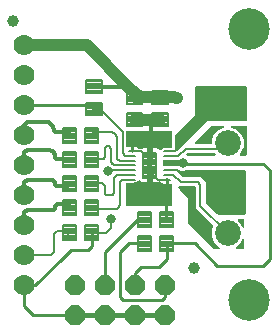
<source format=gbr>
G04 EAGLE Gerber RS-274X export*
G75*
%MOMM*%
%FSLAX34Y34*%
%LPD*%
%INTop Copper*%
%IPPOS*%
%AMOC8*
5,1,8,0,0,1.08239X$1,22.5*%
G01*
%ADD10C,0.203200*%
%ADD11C,0.200000*%
%ADD12C,0.208000*%
%ADD13C,1.000000*%
%ADD14C,3.516000*%
%ADD15C,1.778000*%
%ADD16C,2.184400*%
%ADD17P,1.814519X8X202.500000*%
%ADD18C,1.016000*%
%ADD19C,0.806400*%
%ADD20C,0.254000*%
%ADD21C,0.304800*%
%ADD22C,1.006400*%
%ADD23C,0.406400*%

G36*
X154435Y151902D02*
X154435Y151902D01*
X154548Y151899D01*
X154577Y151907D01*
X154606Y151908D01*
X154714Y151943D01*
X154823Y151971D01*
X154849Y151986D01*
X154877Y151995D01*
X154940Y152041D01*
X155068Y152117D01*
X155111Y152162D01*
X155150Y152190D01*
X180253Y177293D01*
X213360Y177293D01*
X213418Y177301D01*
X213476Y177299D01*
X213558Y177321D01*
X213642Y177333D01*
X213695Y177357D01*
X213751Y177371D01*
X213824Y177414D01*
X213901Y177449D01*
X213946Y177487D01*
X213996Y177517D01*
X214054Y177578D01*
X214118Y177633D01*
X214150Y177681D01*
X214190Y177724D01*
X214229Y177799D01*
X214276Y177869D01*
X214293Y177925D01*
X214320Y177977D01*
X214331Y178045D01*
X214361Y178140D01*
X214364Y178240D01*
X214375Y178308D01*
X214375Y205740D01*
X214368Y205792D01*
X214369Y205817D01*
X214368Y205821D01*
X214369Y205856D01*
X214347Y205938D01*
X214335Y206022D01*
X214312Y206075D01*
X214297Y206131D01*
X214254Y206204D01*
X214219Y206281D01*
X214181Y206326D01*
X214152Y206376D01*
X214090Y206434D01*
X214036Y206498D01*
X213987Y206530D01*
X213944Y206570D01*
X213869Y206609D01*
X213799Y206656D01*
X213743Y206673D01*
X213691Y206700D01*
X213623Y206711D01*
X213528Y206741D01*
X213428Y206744D01*
X213360Y206755D01*
X171704Y206755D01*
X171646Y206747D01*
X171588Y206749D01*
X171506Y206727D01*
X171423Y206715D01*
X171369Y206692D01*
X171313Y206677D01*
X171240Y206634D01*
X171163Y206599D01*
X171118Y206561D01*
X171068Y206532D01*
X171010Y206470D01*
X170946Y206416D01*
X170914Y206367D01*
X170874Y206324D01*
X170835Y206249D01*
X170789Y206179D01*
X170771Y206123D01*
X170744Y206071D01*
X170733Y206003D01*
X170703Y205908D01*
X170700Y205808D01*
X170689Y205740D01*
X170689Y181777D01*
X153914Y165001D01*
X153912Y165000D01*
X153911Y164998D01*
X153826Y164885D01*
X153743Y164774D01*
X153742Y164772D01*
X153741Y164771D01*
X153691Y164638D01*
X153642Y164509D01*
X153641Y164507D01*
X153641Y164505D01*
X153630Y164364D01*
X153618Y164225D01*
X153618Y164223D01*
X153618Y164221D01*
X153623Y164202D01*
X153623Y161054D01*
X153494Y160743D01*
X153486Y160713D01*
X153472Y160686D01*
X153459Y160608D01*
X153423Y160468D01*
X153425Y160403D01*
X153417Y160354D01*
X153417Y152908D01*
X153421Y152879D01*
X153418Y152850D01*
X153441Y152739D01*
X153457Y152627D01*
X153469Y152600D01*
X153474Y152571D01*
X153527Y152471D01*
X153573Y152367D01*
X153592Y152345D01*
X153605Y152319D01*
X153683Y152237D01*
X153757Y152150D01*
X153781Y152134D01*
X153801Y152113D01*
X153899Y152055D01*
X153993Y151993D01*
X154021Y151984D01*
X154046Y151969D01*
X154156Y151941D01*
X154264Y151907D01*
X154294Y151906D01*
X154322Y151899D01*
X154435Y151902D01*
G37*
G36*
X212402Y98053D02*
X212402Y98053D01*
X212460Y98051D01*
X212542Y98073D01*
X212626Y98085D01*
X212679Y98109D01*
X212735Y98123D01*
X212808Y98166D01*
X212885Y98201D01*
X212930Y98239D01*
X212980Y98269D01*
X213038Y98330D01*
X213102Y98385D01*
X213134Y98433D01*
X213174Y98476D01*
X213213Y98551D01*
X213260Y98621D01*
X213277Y98677D01*
X213304Y98729D01*
X213315Y98797D01*
X213345Y98892D01*
X213348Y98992D01*
X213359Y99060D01*
X213359Y134620D01*
X213352Y134674D01*
X213353Y134710D01*
X213352Y134712D01*
X213353Y134736D01*
X213331Y134818D01*
X213319Y134902D01*
X213296Y134955D01*
X213281Y135011D01*
X213238Y135084D01*
X213203Y135161D01*
X213165Y135206D01*
X213136Y135256D01*
X213074Y135314D01*
X213020Y135378D01*
X212971Y135410D01*
X212928Y135450D01*
X212853Y135489D01*
X212783Y135536D01*
X212727Y135553D01*
X212675Y135580D01*
X212607Y135591D01*
X212512Y135621D01*
X212412Y135624D01*
X212344Y135635D01*
X163292Y135635D01*
X163261Y135631D01*
X163230Y135633D01*
X163154Y135616D01*
X163010Y135595D01*
X162954Y135570D01*
X162947Y135569D01*
X162941Y135567D01*
X162903Y135558D01*
X161327Y134905D01*
X158713Y134905D01*
X157137Y135558D01*
X157107Y135566D01*
X157079Y135580D01*
X157002Y135593D01*
X156862Y135629D01*
X156797Y135627D01*
X156748Y135635D01*
X156464Y135635D01*
X156435Y135631D01*
X156406Y135634D01*
X156295Y135611D01*
X156183Y135595D01*
X156156Y135583D01*
X156127Y135578D01*
X156027Y135526D01*
X155923Y135479D01*
X155901Y135460D01*
X155875Y135447D01*
X155793Y135369D01*
X155706Y135296D01*
X155690Y135271D01*
X155669Y135251D01*
X155611Y135153D01*
X155549Y135059D01*
X155540Y135031D01*
X155525Y135006D01*
X155497Y134896D01*
X155463Y134788D01*
X155462Y134758D01*
X155455Y134730D01*
X155458Y134617D01*
X155455Y134504D01*
X155463Y134475D01*
X155464Y134446D01*
X155499Y134338D01*
X155527Y134229D01*
X155542Y134203D01*
X155551Y134175D01*
X155597Y134112D01*
X155673Y133984D01*
X155697Y133962D01*
X155699Y133958D01*
X155722Y133936D01*
X155746Y133902D01*
X159810Y129838D01*
X159880Y129786D01*
X159944Y129726D01*
X159993Y129700D01*
X160037Y129667D01*
X160119Y129636D01*
X160197Y129596D01*
X160245Y129588D01*
X160303Y129566D01*
X160451Y129554D01*
X160528Y129541D01*
X175348Y129541D01*
X179833Y125056D01*
X179833Y108204D01*
X179845Y108117D01*
X179848Y108030D01*
X179865Y107977D01*
X179873Y107923D01*
X179908Y107843D01*
X179909Y107842D01*
X179918Y107806D01*
X179923Y107798D01*
X179935Y107759D01*
X179963Y107720D01*
X179989Y107663D01*
X180036Y107608D01*
X180063Y107561D01*
X180103Y107524D01*
X180130Y107486D01*
X189274Y98342D01*
X189344Y98290D01*
X189408Y98230D01*
X189457Y98204D01*
X189501Y98171D01*
X189583Y98140D01*
X189661Y98100D01*
X189709Y98092D01*
X189767Y98070D01*
X189915Y98058D01*
X189992Y98045D01*
X212344Y98045D01*
X212402Y98053D01*
G37*
G36*
X149978Y105426D02*
X149978Y105426D01*
X150097Y105433D01*
X150135Y105446D01*
X150176Y105451D01*
X150286Y105494D01*
X150399Y105531D01*
X150434Y105553D01*
X150471Y105568D01*
X150567Y105638D01*
X150668Y105701D01*
X150696Y105731D01*
X150729Y105754D01*
X150805Y105846D01*
X150886Y105933D01*
X150906Y105968D01*
X150931Y105999D01*
X150982Y106107D01*
X151040Y106211D01*
X151050Y106251D01*
X151067Y106287D01*
X151089Y106404D01*
X151119Y106519D01*
X151123Y106580D01*
X151127Y106600D01*
X151125Y106620D01*
X151129Y106680D01*
X151129Y122890D01*
X151114Y123008D01*
X151107Y123127D01*
X151094Y123165D01*
X151089Y123206D01*
X151046Y123316D01*
X151009Y123429D01*
X150987Y123464D01*
X150972Y123501D01*
X150903Y123597D01*
X150839Y123698D01*
X150809Y123726D01*
X150786Y123759D01*
X150694Y123835D01*
X150607Y123916D01*
X150572Y123936D01*
X150541Y123961D01*
X150433Y124012D01*
X150329Y124070D01*
X150289Y124080D01*
X150253Y124097D01*
X150136Y124119D01*
X150021Y124149D01*
X149961Y124153D01*
X149941Y124157D01*
X149920Y124155D01*
X149860Y124159D01*
X148099Y124159D01*
X148099Y127700D01*
X148084Y127818D01*
X148077Y127937D01*
X148065Y127975D01*
X148060Y128015D01*
X148016Y128126D01*
X147979Y128239D01*
X147957Y128273D01*
X147943Y128311D01*
X147873Y128407D01*
X147809Y128508D01*
X147779Y128536D01*
X147756Y128568D01*
X147664Y128644D01*
X147577Y128726D01*
X147542Y128745D01*
X147511Y128771D01*
X147403Y128822D01*
X147299Y128879D01*
X147260Y128889D01*
X147223Y128907D01*
X147106Y128929D01*
X146991Y128959D01*
X146931Y128963D01*
X146911Y128966D01*
X146910Y128966D01*
X146890Y128965D01*
X146830Y128969D01*
X146712Y128954D01*
X146593Y128947D01*
X146554Y128934D01*
X146514Y128929D01*
X146404Y128885D01*
X146290Y128849D01*
X146256Y128827D01*
X146219Y128812D01*
X146122Y128742D01*
X146022Y128678D01*
X145994Y128649D01*
X145961Y128625D01*
X145885Y128533D01*
X145804Y128447D01*
X145784Y128411D01*
X145758Y128380D01*
X145708Y128273D01*
X145650Y128168D01*
X145640Y128129D01*
X145623Y128093D01*
X145601Y127976D01*
X145571Y127860D01*
X145567Y127800D01*
X145563Y127780D01*
X145564Y127760D01*
X145561Y127700D01*
X145561Y124159D01*
X143864Y124159D01*
X142963Y124401D01*
X142156Y124867D01*
X141497Y125526D01*
X141399Y125694D01*
X141328Y125789D01*
X141262Y125888D01*
X141232Y125916D01*
X141207Y125948D01*
X141114Y126022D01*
X141025Y126101D01*
X140990Y126120D01*
X140958Y126145D01*
X140849Y126194D01*
X140744Y126249D01*
X140704Y126258D01*
X140667Y126275D01*
X140550Y126295D01*
X140434Y126322D01*
X140394Y126321D01*
X140354Y126328D01*
X140235Y126318D01*
X140116Y126316D01*
X140077Y126305D01*
X140037Y126301D01*
X139924Y126262D01*
X139810Y126230D01*
X139756Y126204D01*
X139737Y126197D01*
X139720Y126186D01*
X139666Y126159D01*
X138787Y125652D01*
X137882Y125409D01*
X134619Y125409D01*
X134619Y138430D01*
X134604Y138548D01*
X134597Y138667D01*
X134584Y138705D01*
X134579Y138745D01*
X134535Y138856D01*
X134499Y138969D01*
X134477Y139004D01*
X134462Y139041D01*
X134392Y139137D01*
X134329Y139238D01*
X134299Y139266D01*
X134275Y139298D01*
X134184Y139374D01*
X134097Y139456D01*
X134062Y139475D01*
X134030Y139501D01*
X133923Y139552D01*
X133819Y139609D01*
X133779Y139620D01*
X133743Y139637D01*
X133626Y139659D01*
X133511Y139689D01*
X133450Y139693D01*
X133430Y139697D01*
X133410Y139695D01*
X133350Y139699D01*
X130810Y139699D01*
X130692Y139684D01*
X130573Y139677D01*
X130535Y139664D01*
X130495Y139659D01*
X130384Y139615D01*
X130271Y139579D01*
X130236Y139557D01*
X130199Y139542D01*
X130103Y139472D01*
X130002Y139409D01*
X129974Y139379D01*
X129941Y139355D01*
X129866Y139264D01*
X129784Y139177D01*
X129764Y139142D01*
X129739Y139110D01*
X129688Y139003D01*
X129630Y138899D01*
X129620Y138859D01*
X129603Y138823D01*
X129581Y138706D01*
X129551Y138591D01*
X129547Y138530D01*
X129543Y138510D01*
X129544Y138496D01*
X129543Y138492D01*
X129544Y138481D01*
X129541Y138430D01*
X129541Y125409D01*
X126278Y125409D01*
X125373Y125652D01*
X124562Y126120D01*
X124089Y126593D01*
X123995Y126666D01*
X123905Y126745D01*
X123869Y126763D01*
X123837Y126788D01*
X123728Y126836D01*
X123622Y126890D01*
X123583Y126898D01*
X123546Y126915D01*
X123428Y126933D01*
X123312Y126959D01*
X123272Y126958D01*
X123232Y126964D01*
X123113Y126953D01*
X122994Y126950D01*
X122955Y126938D01*
X122915Y126935D01*
X122803Y126894D01*
X122689Y126861D01*
X122654Y126841D01*
X122616Y126827D01*
X122517Y126760D01*
X122415Y126700D01*
X122369Y126660D01*
X122352Y126648D01*
X122339Y126633D01*
X122294Y126593D01*
X120876Y125175D01*
X118924Y125175D01*
X118825Y125163D01*
X118726Y125160D01*
X118724Y125159D01*
X113030Y125159D01*
X112912Y125144D01*
X112793Y125137D01*
X112755Y125124D01*
X112714Y125119D01*
X112604Y125076D01*
X112491Y125039D01*
X112456Y125017D01*
X112419Y125002D01*
X112323Y124933D01*
X112222Y124869D01*
X112194Y124839D01*
X112161Y124816D01*
X112086Y124724D01*
X112004Y124637D01*
X111984Y124602D01*
X111959Y124571D01*
X111908Y124463D01*
X111850Y124359D01*
X111840Y124319D01*
X111823Y124283D01*
X111801Y124166D01*
X111771Y124051D01*
X111767Y123991D01*
X111763Y123971D01*
X111765Y123950D01*
X111761Y123890D01*
X111761Y106680D01*
X111776Y106562D01*
X111783Y106443D01*
X111796Y106405D01*
X111801Y106364D01*
X111844Y106254D01*
X111881Y106141D01*
X111903Y106106D01*
X111918Y106069D01*
X111988Y105973D01*
X112051Y105872D01*
X112081Y105844D01*
X112104Y105811D01*
X112196Y105736D01*
X112283Y105654D01*
X112318Y105634D01*
X112349Y105609D01*
X112457Y105558D01*
X112561Y105500D01*
X112601Y105490D01*
X112637Y105473D01*
X112754Y105451D01*
X112869Y105421D01*
X112930Y105417D01*
X112950Y105413D01*
X112970Y105415D01*
X113030Y105411D01*
X149860Y105411D01*
X149978Y105426D01*
G37*
G36*
X133468Y139716D02*
X133468Y139716D01*
X133587Y139723D01*
X133625Y139736D01*
X133665Y139741D01*
X133776Y139785D01*
X133889Y139821D01*
X133924Y139843D01*
X133961Y139858D01*
X134057Y139928D01*
X134158Y139991D01*
X134186Y140021D01*
X134218Y140045D01*
X134294Y140136D01*
X134376Y140223D01*
X134395Y140258D01*
X134421Y140290D01*
X134472Y140397D01*
X134529Y140501D01*
X134540Y140541D01*
X134557Y140577D01*
X134579Y140694D01*
X134609Y140809D01*
X134613Y140870D01*
X134617Y140890D01*
X134615Y140910D01*
X134619Y140970D01*
X134619Y153991D01*
X137882Y153991D01*
X138787Y153748D01*
X139598Y153280D01*
X140071Y152807D01*
X140165Y152734D01*
X140255Y152655D01*
X140291Y152637D01*
X140322Y152612D01*
X140432Y152565D01*
X140538Y152510D01*
X140577Y152502D01*
X140614Y152485D01*
X140732Y152467D01*
X140848Y152441D01*
X140888Y152442D01*
X140928Y152436D01*
X141047Y152447D01*
X141166Y152450D01*
X141205Y152462D01*
X141245Y152465D01*
X141357Y152506D01*
X141471Y152539D01*
X141506Y152559D01*
X141544Y152573D01*
X141643Y152640D01*
X141745Y152700D01*
X141791Y152740D01*
X141807Y152752D01*
X141821Y152767D01*
X141866Y152807D01*
X143284Y154225D01*
X145236Y154225D01*
X145334Y154237D01*
X145433Y154240D01*
X145435Y154241D01*
X149860Y154241D01*
X149978Y154256D01*
X150097Y154263D01*
X150135Y154276D01*
X150176Y154281D01*
X150286Y154324D01*
X150399Y154361D01*
X150434Y154383D01*
X150471Y154398D01*
X150567Y154467D01*
X150668Y154531D01*
X150696Y154561D01*
X150729Y154584D01*
X150805Y154676D01*
X150886Y154763D01*
X150906Y154798D01*
X150931Y154829D01*
X150982Y154937D01*
X151040Y155041D01*
X151050Y155081D01*
X151067Y155117D01*
X151089Y155234D01*
X151119Y155349D01*
X151123Y155409D01*
X151127Y155429D01*
X151125Y155450D01*
X151129Y155510D01*
X151129Y167640D01*
X151114Y167758D01*
X151107Y167877D01*
X151094Y167915D01*
X151089Y167956D01*
X151046Y168066D01*
X151009Y168179D01*
X150987Y168214D01*
X150972Y168251D01*
X150903Y168347D01*
X150839Y168448D01*
X150809Y168476D01*
X150786Y168509D01*
X150694Y168585D01*
X150607Y168666D01*
X150572Y168686D01*
X150541Y168711D01*
X150433Y168762D01*
X150329Y168820D01*
X150289Y168830D01*
X150253Y168847D01*
X150136Y168869D01*
X150021Y168899D01*
X149961Y168903D01*
X149941Y168907D01*
X149920Y168905D01*
X149860Y168909D01*
X113030Y168909D01*
X112912Y168894D01*
X112793Y168887D01*
X112755Y168874D01*
X112714Y168869D01*
X112604Y168826D01*
X112491Y168789D01*
X112456Y168767D01*
X112419Y168752D01*
X112323Y168683D01*
X112222Y168619D01*
X112194Y168589D01*
X112161Y168566D01*
X112086Y168474D01*
X112004Y168387D01*
X111984Y168352D01*
X111959Y168321D01*
X111908Y168213D01*
X111850Y168109D01*
X111840Y168069D01*
X111823Y168033D01*
X111801Y167916D01*
X111771Y167801D01*
X111767Y167741D01*
X111763Y167721D01*
X111765Y167700D01*
X111764Y167687D01*
X111763Y167685D01*
X111763Y167682D01*
X111761Y167640D01*
X111761Y156197D01*
X111777Y156073D01*
X111786Y155947D01*
X111796Y155915D01*
X111801Y155882D01*
X111847Y155765D01*
X111887Y155646D01*
X111905Y155618D01*
X111918Y155586D01*
X111992Y155484D01*
X112060Y155379D01*
X112085Y155356D01*
X112104Y155329D01*
X112201Y155249D01*
X112294Y155163D01*
X112323Y155147D01*
X112349Y155126D01*
X112463Y155072D01*
X112574Y155013D01*
X112607Y155005D01*
X112637Y154990D01*
X112761Y154967D01*
X112883Y154937D01*
X112916Y154937D01*
X112950Y154931D01*
X113075Y154938D01*
X113201Y154940D01*
X113249Y154949D01*
X113267Y154950D01*
X113287Y154957D01*
X113359Y154971D01*
X114364Y155241D01*
X116061Y155241D01*
X116061Y151700D01*
X116076Y151582D01*
X116083Y151463D01*
X116095Y151425D01*
X116100Y151385D01*
X116144Y151274D01*
X116181Y151161D01*
X116203Y151127D01*
X116217Y151089D01*
X116287Y150993D01*
X116351Y150892D01*
X116381Y150864D01*
X116404Y150832D01*
X116496Y150756D01*
X116583Y150674D01*
X116618Y150655D01*
X116649Y150629D01*
X116757Y150578D01*
X116861Y150521D01*
X116900Y150511D01*
X116937Y150493D01*
X117054Y150471D01*
X117169Y150441D01*
X117229Y150437D01*
X117249Y150434D01*
X117250Y150434D01*
X117270Y150435D01*
X117330Y150431D01*
X117448Y150446D01*
X117567Y150453D01*
X117605Y150466D01*
X117646Y150471D01*
X117756Y150515D01*
X117870Y150551D01*
X117904Y150573D01*
X117941Y150588D01*
X118038Y150658D01*
X118138Y150722D01*
X118166Y150751D01*
X118199Y150775D01*
X118275Y150867D01*
X118356Y150953D01*
X118376Y150989D01*
X118402Y151020D01*
X118452Y151127D01*
X118510Y151232D01*
X118520Y151271D01*
X118537Y151307D01*
X118559Y151424D01*
X118589Y151540D01*
X118593Y151600D01*
X118597Y151620D01*
X118596Y151640D01*
X118599Y151700D01*
X118599Y155241D01*
X120296Y155241D01*
X121197Y154999D01*
X122004Y154533D01*
X122663Y153874D01*
X122761Y153706D01*
X122832Y153611D01*
X122898Y153512D01*
X122928Y153484D01*
X122953Y153452D01*
X123046Y153378D01*
X123135Y153299D01*
X123170Y153280D01*
X123202Y153255D01*
X123311Y153206D01*
X123416Y153151D01*
X123456Y153142D01*
X123493Y153125D01*
X123610Y153105D01*
X123726Y153078D01*
X123766Y153079D01*
X123806Y153072D01*
X123925Y153082D01*
X124044Y153084D01*
X124083Y153095D01*
X124123Y153099D01*
X124236Y153138D01*
X124350Y153170D01*
X124404Y153196D01*
X124423Y153203D01*
X124440Y153214D01*
X124494Y153241D01*
X125373Y153748D01*
X126278Y153991D01*
X129541Y153991D01*
X129541Y140970D01*
X129556Y140852D01*
X129563Y140733D01*
X129576Y140695D01*
X129581Y140655D01*
X129624Y140544D01*
X129661Y140431D01*
X129683Y140396D01*
X129698Y140359D01*
X129768Y140263D01*
X129831Y140162D01*
X129861Y140134D01*
X129885Y140102D01*
X129976Y140026D01*
X130063Y139944D01*
X130098Y139925D01*
X130129Y139899D01*
X130237Y139848D01*
X130341Y139791D01*
X130381Y139780D01*
X130417Y139763D01*
X130534Y139741D01*
X130649Y139711D01*
X130710Y139707D01*
X130730Y139703D01*
X130750Y139705D01*
X130810Y139701D01*
X133350Y139701D01*
X133468Y139716D01*
G37*
G36*
X190463Y68593D02*
X190463Y68593D01*
X190549Y68595D01*
X190603Y68613D01*
X190659Y68621D01*
X190738Y68656D01*
X190820Y68682D01*
X190867Y68714D01*
X190919Y68737D01*
X190984Y68792D01*
X191056Y68840D01*
X191092Y68884D01*
X191136Y68921D01*
X191183Y68992D01*
X191239Y69058D01*
X191262Y69110D01*
X191293Y69157D01*
X191319Y69239D01*
X191354Y69318D01*
X191362Y69374D01*
X191379Y69428D01*
X191381Y69514D01*
X191393Y69599D01*
X191385Y69656D01*
X191386Y69712D01*
X191365Y69795D01*
X191352Y69881D01*
X191329Y69933D01*
X191315Y69987D01*
X191271Y70061D01*
X191235Y70140D01*
X191198Y70183D01*
X191169Y70232D01*
X191107Y70291D01*
X191051Y70356D01*
X191009Y70382D01*
X190962Y70426D01*
X190833Y70492D01*
X190766Y70534D01*
X190494Y70647D01*
X186707Y74434D01*
X184657Y79382D01*
X184657Y84738D01*
X186083Y88180D01*
X186084Y88182D01*
X186084Y88183D01*
X186119Y88318D01*
X186154Y88456D01*
X186154Y88457D01*
X186154Y88459D01*
X186150Y88599D01*
X186146Y88740D01*
X186146Y88741D01*
X186145Y88743D01*
X186103Y88876D01*
X186059Y89011D01*
X186058Y89012D01*
X186058Y89014D01*
X186049Y89026D01*
X185901Y89247D01*
X185878Y89267D01*
X185863Y89287D01*
X171195Y103955D01*
X171195Y120904D01*
X171187Y120962D01*
X171189Y121020D01*
X171167Y121102D01*
X171155Y121186D01*
X171132Y121239D01*
X171117Y121295D01*
X171074Y121368D01*
X171039Y121445D01*
X171001Y121490D01*
X170972Y121540D01*
X170910Y121598D01*
X170856Y121662D01*
X170807Y121694D01*
X170764Y121734D01*
X170689Y121773D01*
X170619Y121820D01*
X170563Y121837D01*
X170511Y121864D01*
X170443Y121875D01*
X170348Y121905D01*
X170248Y121908D01*
X170180Y121919D01*
X157480Y121919D01*
X157349Y121901D01*
X157217Y121885D01*
X157208Y121881D01*
X157198Y121879D01*
X157078Y121826D01*
X156956Y121773D01*
X156948Y121767D01*
X156939Y121763D01*
X156838Y121678D01*
X156735Y121594D01*
X156730Y121586D01*
X156722Y121580D01*
X156649Y121469D01*
X156573Y121361D01*
X156570Y121351D01*
X156564Y121343D01*
X156524Y121216D01*
X156482Y121091D01*
X156482Y121081D01*
X156479Y121072D01*
X156475Y120939D01*
X156469Y120807D01*
X156472Y120798D01*
X156471Y120788D01*
X156505Y120660D01*
X156536Y120531D01*
X156541Y120523D01*
X156543Y120513D01*
X156688Y120268D01*
X156701Y120256D01*
X156709Y120243D01*
X159757Y116687D01*
X159790Y116658D01*
X159810Y116630D01*
X164593Y111848D01*
X164593Y90932D01*
X164605Y90845D01*
X164608Y90758D01*
X164625Y90705D01*
X164633Y90651D01*
X164668Y90571D01*
X164695Y90487D01*
X164723Y90448D01*
X164749Y90391D01*
X164808Y90321D01*
X164832Y90280D01*
X164864Y90250D01*
X164890Y90214D01*
X186226Y68878D01*
X186296Y68826D01*
X186360Y68766D01*
X186409Y68740D01*
X186453Y68707D01*
X186535Y68676D01*
X186613Y68636D01*
X186661Y68628D01*
X186719Y68606D01*
X186867Y68594D01*
X186944Y68581D01*
X190378Y68581D01*
X190463Y68593D01*
G37*
G36*
X183700Y157489D02*
X183700Y157489D01*
X183758Y157487D01*
X183840Y157509D01*
X183924Y157521D01*
X183977Y157544D01*
X184033Y157559D01*
X184106Y157602D01*
X184183Y157637D01*
X184228Y157675D01*
X184278Y157704D01*
X184336Y157766D01*
X184400Y157820D01*
X184432Y157869D01*
X184472Y157912D01*
X184511Y157987D01*
X184558Y158057D01*
X184575Y158113D01*
X184602Y158165D01*
X184613Y158233D01*
X184643Y158328D01*
X184646Y158428D01*
X184657Y158496D01*
X184657Y160938D01*
X186707Y165886D01*
X190494Y169673D01*
X194359Y171274D01*
X194433Y171318D01*
X194511Y171353D01*
X194555Y171390D01*
X194604Y171419D01*
X194663Y171481D01*
X194728Y171537D01*
X194760Y171584D01*
X194799Y171625D01*
X194838Y171702D01*
X194886Y171773D01*
X194903Y171827D01*
X194929Y171878D01*
X194946Y171962D01*
X194972Y172044D01*
X194973Y172101D01*
X194984Y172157D01*
X194977Y172242D01*
X194979Y172328D01*
X194965Y172383D01*
X194960Y172440D01*
X194929Y172520D01*
X194907Y172603D01*
X194878Y172652D01*
X194858Y172705D01*
X194806Y172774D01*
X194762Y172848D01*
X194720Y172887D01*
X194686Y172932D01*
X194617Y172984D01*
X194555Y173042D01*
X194504Y173068D01*
X194458Y173102D01*
X194378Y173133D01*
X194301Y173172D01*
X194253Y173180D01*
X194192Y173203D01*
X194048Y173214D01*
X193970Y173227D01*
X184912Y173227D01*
X184825Y173215D01*
X184738Y173212D01*
X184685Y173195D01*
X184631Y173187D01*
X184551Y173152D01*
X184467Y173125D01*
X184428Y173097D01*
X184371Y173071D01*
X184258Y172975D01*
X184194Y172930D01*
X170478Y159214D01*
X170461Y159190D01*
X170438Y159171D01*
X170375Y159077D01*
X170307Y158987D01*
X170297Y158959D01*
X170280Y158935D01*
X170246Y158827D01*
X170206Y158721D01*
X170204Y158692D01*
X170195Y158664D01*
X170192Y158550D01*
X170182Y158438D01*
X170188Y158409D01*
X170187Y158380D01*
X170216Y158270D01*
X170238Y158159D01*
X170252Y158133D01*
X170259Y158105D01*
X170317Y158007D01*
X170369Y157907D01*
X170389Y157885D01*
X170404Y157860D01*
X170487Y157783D01*
X170565Y157701D01*
X170590Y157686D01*
X170612Y157666D01*
X170713Y157614D01*
X170810Y157557D01*
X170839Y157550D01*
X170865Y157536D01*
X170942Y157523D01*
X171086Y157487D01*
X171148Y157489D01*
X171196Y157481D01*
X183642Y157481D01*
X183700Y157489D01*
G37*
G36*
X213418Y147837D02*
X213418Y147837D01*
X213476Y147835D01*
X213558Y147857D01*
X213642Y147869D01*
X213695Y147893D01*
X213751Y147907D01*
X213824Y147950D01*
X213901Y147985D01*
X213946Y148023D01*
X213996Y148053D01*
X214054Y148114D01*
X214118Y148169D01*
X214150Y148217D01*
X214190Y148260D01*
X214229Y148335D01*
X214276Y148405D01*
X214293Y148461D01*
X214320Y148513D01*
X214331Y148581D01*
X214361Y148676D01*
X214364Y148776D01*
X214375Y148844D01*
X214375Y172212D01*
X214367Y172267D01*
X214369Y172311D01*
X214368Y172313D01*
X214369Y172328D01*
X214347Y172410D01*
X214335Y172494D01*
X214312Y172547D01*
X214297Y172603D01*
X214254Y172676D01*
X214219Y172753D01*
X214181Y172798D01*
X214152Y172848D01*
X214090Y172906D01*
X214036Y172970D01*
X213987Y173002D01*
X213944Y173042D01*
X213869Y173081D01*
X213799Y173128D01*
X213743Y173145D01*
X213691Y173172D01*
X213623Y173183D01*
X213528Y173213D01*
X213428Y173216D01*
X213360Y173227D01*
X202270Y173227D01*
X202185Y173215D01*
X202099Y173213D01*
X202045Y173195D01*
X201988Y173187D01*
X201910Y173152D01*
X201828Y173126D01*
X201781Y173094D01*
X201729Y173071D01*
X201663Y173016D01*
X201592Y172968D01*
X201555Y172924D01*
X201512Y172888D01*
X201464Y172816D01*
X201409Y172750D01*
X201386Y172698D01*
X201354Y172651D01*
X201328Y172569D01*
X201293Y172490D01*
X201286Y172434D01*
X201268Y172380D01*
X201266Y172294D01*
X201254Y172209D01*
X201263Y172153D01*
X201261Y172096D01*
X201283Y172013D01*
X201295Y171928D01*
X201319Y171876D01*
X201333Y171821D01*
X201377Y171747D01*
X201412Y171668D01*
X201449Y171625D01*
X201478Y171576D01*
X201541Y171517D01*
X201597Y171452D01*
X201638Y171426D01*
X201685Y171382D01*
X201815Y171316D01*
X201881Y171274D01*
X205746Y169673D01*
X209533Y165886D01*
X211583Y160938D01*
X211583Y155582D01*
X209533Y150634D01*
X208461Y149562D01*
X208443Y149538D01*
X208421Y149520D01*
X208358Y149425D01*
X208290Y149335D01*
X208280Y149307D01*
X208263Y149283D01*
X208229Y149175D01*
X208189Y149069D01*
X208187Y149040D01*
X208178Y149012D01*
X208175Y148899D01*
X208165Y148786D01*
X208171Y148757D01*
X208170Y148728D01*
X208199Y148618D01*
X208221Y148507D01*
X208235Y148481D01*
X208242Y148453D01*
X208300Y148356D01*
X208352Y148255D01*
X208373Y148233D01*
X208387Y148208D01*
X208470Y148131D01*
X208548Y148049D01*
X208573Y148034D01*
X208595Y148014D01*
X208696Y147962D01*
X208793Y147905D01*
X208822Y147898D01*
X208848Y147884D01*
X208925Y147871D01*
X209069Y147835D01*
X209131Y147837D01*
X209179Y147829D01*
X213360Y147829D01*
X213418Y147837D01*
G37*
G36*
X162618Y138693D02*
X162618Y138693D01*
X162676Y138691D01*
X162758Y138713D01*
X162842Y138725D01*
X162895Y138749D01*
X162951Y138763D01*
X163024Y138806D01*
X163101Y138841D01*
X163146Y138879D01*
X163196Y138909D01*
X163254Y138970D01*
X163318Y139025D01*
X163350Y139073D01*
X163390Y139116D01*
X163429Y139191D01*
X163476Y139261D01*
X163493Y139317D01*
X163520Y139369D01*
X163531Y139437D01*
X163561Y139532D01*
X163564Y139632D01*
X163575Y139700D01*
X163575Y143510D01*
X163567Y143568D01*
X163569Y143626D01*
X163547Y143708D01*
X163535Y143792D01*
X163512Y143845D01*
X163497Y143901D01*
X163454Y143974D01*
X163419Y144051D01*
X163381Y144096D01*
X163352Y144146D01*
X163290Y144204D01*
X163236Y144268D01*
X163187Y144300D01*
X163144Y144340D01*
X163069Y144379D01*
X162999Y144426D01*
X162943Y144443D01*
X162891Y144470D01*
X162823Y144481D01*
X162728Y144511D01*
X162628Y144514D01*
X162560Y144525D01*
X158612Y144525D01*
X158525Y144513D01*
X158438Y144510D01*
X158385Y144493D01*
X158330Y144485D01*
X158251Y144450D01*
X158167Y144423D01*
X158128Y144395D01*
X158071Y144369D01*
X157958Y144273D01*
X157894Y144228D01*
X157809Y144143D01*
X145034Y144143D01*
X144998Y144146D01*
X144920Y144159D01*
X144526Y144159D01*
X144468Y144151D01*
X144410Y144153D01*
X144328Y144131D01*
X144245Y144119D01*
X144191Y144096D01*
X144135Y144081D01*
X144062Y144038D01*
X143985Y144003D01*
X143940Y143965D01*
X143890Y143936D01*
X143832Y143874D01*
X143768Y143820D01*
X143736Y143771D01*
X143696Y143728D01*
X143657Y143653D01*
X143611Y143583D01*
X143593Y143527D01*
X143566Y143475D01*
X143555Y143407D01*
X143525Y143312D01*
X143522Y143212D01*
X143511Y143144D01*
X143511Y140256D01*
X143519Y140198D01*
X143517Y140140D01*
X143539Y140058D01*
X143551Y139974D01*
X143575Y139921D01*
X143589Y139865D01*
X143632Y139792D01*
X143667Y139715D01*
X143705Y139670D01*
X143735Y139620D01*
X143796Y139562D01*
X143851Y139498D01*
X143899Y139466D01*
X143942Y139426D01*
X144017Y139387D01*
X144087Y139340D01*
X144143Y139323D01*
X144195Y139296D01*
X144263Y139285D01*
X144358Y139255D01*
X144458Y139252D01*
X144526Y139241D01*
X144920Y139241D01*
X145007Y139253D01*
X145094Y139256D01*
X145097Y139257D01*
X156857Y139257D01*
X157132Y138982D01*
X157202Y138930D01*
X157266Y138870D01*
X157315Y138844D01*
X157359Y138811D01*
X157441Y138780D01*
X157519Y138740D01*
X157566Y138732D01*
X157625Y138710D01*
X157772Y138698D01*
X157850Y138685D01*
X162560Y138685D01*
X162618Y138693D01*
G37*
G36*
X187090Y147833D02*
X187090Y147833D01*
X187119Y147830D01*
X187230Y147853D01*
X187343Y147869D01*
X187369Y147881D01*
X187398Y147886D01*
X187499Y147939D01*
X187602Y147985D01*
X187624Y148004D01*
X187650Y148017D01*
X187733Y148095D01*
X187819Y148169D01*
X187835Y148193D01*
X187856Y148213D01*
X187914Y148311D01*
X187977Y148405D01*
X187985Y148433D01*
X188000Y148458D01*
X188028Y148568D01*
X188062Y148676D01*
X188063Y148706D01*
X188070Y148734D01*
X188067Y148847D01*
X188070Y148960D01*
X188062Y148989D01*
X188061Y149018D01*
X188026Y149126D01*
X187998Y149235D01*
X187983Y149261D01*
X187974Y149289D01*
X187928Y149353D01*
X187853Y149480D01*
X187807Y149523D01*
X187779Y149562D01*
X187271Y150070D01*
X187201Y150123D01*
X187137Y150182D01*
X187088Y150208D01*
X187044Y150241D01*
X186962Y150272D01*
X186884Y150312D01*
X186836Y150320D01*
X186778Y150342D01*
X186630Y150354D01*
X186553Y150367D01*
X164454Y150367D01*
X164367Y150355D01*
X164280Y150352D01*
X164227Y150335D01*
X164172Y150327D01*
X164093Y150292D01*
X164009Y150265D01*
X163970Y150237D01*
X163913Y150211D01*
X163800Y150115D01*
X163736Y150070D01*
X163228Y149562D01*
X163210Y149538D01*
X163188Y149520D01*
X163125Y149425D01*
X163057Y149335D01*
X163047Y149307D01*
X163030Y149283D01*
X162996Y149175D01*
X162956Y149069D01*
X162953Y149040D01*
X162944Y149012D01*
X162942Y148899D01*
X162932Y148786D01*
X162938Y148757D01*
X162937Y148728D01*
X162966Y148618D01*
X162988Y148507D01*
X163002Y148481D01*
X163009Y148453D01*
X163067Y148355D01*
X163119Y148255D01*
X163139Y148233D01*
X163154Y148208D01*
X163237Y148131D01*
X163315Y148049D01*
X163340Y148034D01*
X163362Y148014D01*
X163462Y147962D01*
X163560Y147905D01*
X163589Y147898D01*
X163615Y147884D01*
X163692Y147871D01*
X163836Y147835D01*
X163898Y147837D01*
X163946Y147829D01*
X187061Y147829D01*
X187090Y147833D01*
G37*
G36*
X211386Y68589D02*
X211386Y68589D01*
X211444Y68587D01*
X211526Y68609D01*
X211610Y68621D01*
X211663Y68645D01*
X211719Y68659D01*
X211792Y68702D01*
X211869Y68737D01*
X211914Y68775D01*
X211964Y68805D01*
X212022Y68866D01*
X212086Y68921D01*
X212118Y68969D01*
X212158Y69012D01*
X212197Y69087D01*
X212244Y69157D01*
X212261Y69213D01*
X212288Y69265D01*
X212299Y69333D01*
X212329Y69428D01*
X212332Y69528D01*
X212343Y69596D01*
X212343Y76114D01*
X212331Y76199D01*
X212329Y76285D01*
X212311Y76339D01*
X212303Y76396D01*
X212268Y76474D01*
X212242Y76556D01*
X212210Y76603D01*
X212187Y76655D01*
X212132Y76721D01*
X212084Y76792D01*
X212040Y76829D01*
X212004Y76872D01*
X211932Y76920D01*
X211866Y76975D01*
X211814Y76998D01*
X211767Y77030D01*
X211685Y77056D01*
X211606Y77090D01*
X211550Y77098D01*
X211496Y77115D01*
X211410Y77118D01*
X211325Y77129D01*
X211269Y77121D01*
X211212Y77123D01*
X211129Y77101D01*
X211044Y77089D01*
X210992Y77065D01*
X210937Y77051D01*
X210863Y77007D01*
X210784Y76972D01*
X210741Y76935D01*
X210692Y76906D01*
X210633Y76843D01*
X210568Y76787D01*
X210542Y76745D01*
X210498Y76698D01*
X210432Y76569D01*
X210390Y76503D01*
X209533Y74434D01*
X205746Y70647D01*
X205474Y70534D01*
X205400Y70490D01*
X205321Y70455D01*
X205278Y70418D01*
X205229Y70390D01*
X205170Y70327D01*
X205104Y70272D01*
X205073Y70224D01*
X205034Y70183D01*
X204994Y70106D01*
X204947Y70035D01*
X204929Y69981D01*
X204903Y69930D01*
X204887Y69846D01*
X204861Y69764D01*
X204859Y69707D01*
X204848Y69651D01*
X204856Y69566D01*
X204854Y69480D01*
X204868Y69425D01*
X204873Y69368D01*
X204904Y69288D01*
X204925Y69205D01*
X204954Y69156D01*
X204975Y69103D01*
X205027Y69034D01*
X205071Y68960D01*
X205112Y68921D01*
X205146Y68876D01*
X205215Y68825D01*
X205278Y68766D01*
X205329Y68740D01*
X205374Y68706D01*
X205455Y68675D01*
X205531Y68636D01*
X205580Y68628D01*
X205640Y68605D01*
X205785Y68594D01*
X205862Y68581D01*
X211328Y68581D01*
X211386Y68589D01*
G37*
G36*
X211358Y87000D02*
X211358Y87000D01*
X211444Y86997D01*
X211499Y87012D01*
X211556Y87017D01*
X211636Y87047D01*
X211719Y87069D01*
X211768Y87098D01*
X211821Y87119D01*
X211890Y87170D01*
X211964Y87214D01*
X212003Y87256D01*
X212048Y87290D01*
X212099Y87359D01*
X212158Y87422D01*
X212184Y87472D01*
X212218Y87518D01*
X212249Y87598D01*
X212288Y87675D01*
X212296Y87724D01*
X212319Y87784D01*
X212330Y87929D01*
X212343Y88006D01*
X212343Y92964D01*
X212335Y93019D01*
X212337Y93063D01*
X212336Y93065D01*
X212337Y93080D01*
X212315Y93162D01*
X212303Y93246D01*
X212280Y93299D01*
X212265Y93355D01*
X212222Y93428D01*
X212187Y93505D01*
X212149Y93550D01*
X212120Y93600D01*
X212058Y93658D01*
X212004Y93722D01*
X211955Y93754D01*
X211912Y93794D01*
X211837Y93833D01*
X211767Y93880D01*
X211711Y93897D01*
X211659Y93924D01*
X211591Y93935D01*
X211496Y93965D01*
X211396Y93968D01*
X211328Y93979D01*
X207691Y93979D01*
X207662Y93975D01*
X207633Y93978D01*
X207522Y93955D01*
X207409Y93939D01*
X207383Y93927D01*
X207354Y93922D01*
X207253Y93870D01*
X207150Y93823D01*
X207128Y93804D01*
X207102Y93791D01*
X207020Y93713D01*
X206933Y93640D01*
X206917Y93615D01*
X206896Y93595D01*
X206838Y93497D01*
X206775Y93403D01*
X206767Y93375D01*
X206752Y93350D01*
X206724Y93240D01*
X206690Y93132D01*
X206689Y93102D01*
X206682Y93074D01*
X206685Y92961D01*
X206682Y92848D01*
X206690Y92819D01*
X206691Y92790D01*
X206726Y92682D01*
X206754Y92573D01*
X206769Y92547D01*
X206778Y92519D01*
X206824Y92456D01*
X206899Y92328D01*
X206915Y92313D01*
X206917Y92311D01*
X206947Y92282D01*
X206973Y92246D01*
X209533Y89686D01*
X210390Y87617D01*
X210434Y87543D01*
X210469Y87465D01*
X210506Y87422D01*
X210535Y87373D01*
X210597Y87314D01*
X210653Y87248D01*
X210700Y87216D01*
X210741Y87177D01*
X210818Y87138D01*
X210889Y87090D01*
X210943Y87073D01*
X210994Y87047D01*
X211078Y87031D01*
X211160Y87005D01*
X211217Y87003D01*
X211273Y86992D01*
X211358Y87000D01*
G37*
D10*
X137414Y128966D02*
X126746Y128966D01*
X126746Y150434D01*
X137414Y150434D01*
X137414Y128966D01*
X137414Y130896D02*
X126746Y130896D01*
X126746Y132826D02*
X137414Y132826D01*
X137414Y134756D02*
X126746Y134756D01*
X126746Y136686D02*
X137414Y136686D01*
X137414Y138616D02*
X126746Y138616D01*
X126746Y140546D02*
X137414Y140546D01*
X137414Y142476D02*
X126746Y142476D01*
X126746Y144406D02*
X137414Y144406D01*
X137414Y146336D02*
X126746Y146336D01*
X126746Y148266D02*
X137414Y148266D01*
X137414Y150196D02*
X126746Y150196D01*
D11*
X119830Y151700D02*
X114830Y151700D01*
X114830Y147700D02*
X119830Y147700D01*
X119830Y143700D02*
X114830Y143700D01*
X114830Y139700D02*
X119830Y139700D01*
X119830Y135700D02*
X114830Y135700D01*
X114830Y131700D02*
X119830Y131700D01*
X119830Y127700D02*
X114830Y127700D01*
X144330Y127700D02*
X149330Y127700D01*
X149330Y131700D02*
X144330Y131700D01*
X144330Y135700D02*
X149330Y135700D01*
X149330Y139700D02*
X144330Y139700D01*
X144330Y143700D02*
X149330Y143700D01*
X149330Y147700D02*
X144330Y147700D01*
X144330Y151700D02*
X149330Y151700D01*
D12*
X69620Y76090D02*
X58700Y76090D01*
X58700Y89010D01*
X69620Y89010D01*
X69620Y76090D01*
X69620Y78066D02*
X58700Y78066D01*
X58700Y80042D02*
X69620Y80042D01*
X69620Y82018D02*
X58700Y82018D01*
X58700Y83994D02*
X69620Y83994D01*
X69620Y85970D02*
X58700Y85970D01*
X58700Y87946D02*
X69620Y87946D01*
X77700Y76090D02*
X88620Y76090D01*
X77700Y76090D02*
X77700Y89010D01*
X88620Y89010D01*
X88620Y76090D01*
X88620Y78066D02*
X77700Y78066D01*
X77700Y80042D02*
X88620Y80042D01*
X88620Y82018D02*
X77700Y82018D01*
X77700Y83994D02*
X88620Y83994D01*
X88620Y85970D02*
X77700Y85970D01*
X77700Y87946D02*
X88620Y87946D01*
X122200Y67200D02*
X133120Y67200D01*
X122200Y67200D02*
X122200Y80120D01*
X133120Y80120D01*
X133120Y67200D01*
X133120Y69176D02*
X122200Y69176D01*
X122200Y71152D02*
X133120Y71152D01*
X133120Y73128D02*
X122200Y73128D01*
X122200Y75104D02*
X133120Y75104D01*
X133120Y77080D02*
X122200Y77080D01*
X122200Y79056D02*
X133120Y79056D01*
X141200Y67200D02*
X152120Y67200D01*
X141200Y67200D02*
X141200Y80120D01*
X152120Y80120D01*
X152120Y67200D01*
X152120Y69176D02*
X141200Y69176D01*
X141200Y71152D02*
X152120Y71152D01*
X152120Y73128D02*
X141200Y73128D01*
X141200Y75104D02*
X152120Y75104D01*
X152120Y77080D02*
X141200Y77080D01*
X141200Y79056D02*
X152120Y79056D01*
X152120Y100440D02*
X141200Y100440D01*
X152120Y100440D02*
X152120Y87520D01*
X141200Y87520D01*
X141200Y100440D01*
X141200Y89496D02*
X152120Y89496D01*
X152120Y91472D02*
X141200Y91472D01*
X141200Y93448D02*
X152120Y93448D01*
X152120Y95424D02*
X141200Y95424D01*
X141200Y97400D02*
X152120Y97400D01*
X152120Y99376D02*
X141200Y99376D01*
X133120Y100440D02*
X122200Y100440D01*
X133120Y100440D02*
X133120Y87520D01*
X122200Y87520D01*
X122200Y100440D01*
X122200Y89496D02*
X133120Y89496D01*
X133120Y91472D02*
X122200Y91472D01*
X122200Y93448D02*
X133120Y93448D01*
X133120Y95424D02*
X122200Y95424D01*
X122200Y97400D02*
X133120Y97400D01*
X133120Y99376D02*
X122200Y99376D01*
D13*
X16002Y261620D03*
X169672Y52832D03*
D14*
X215900Y25400D03*
X215900Y255270D03*
D12*
X134510Y202920D02*
X134510Y192000D01*
X134510Y202920D02*
X147430Y202920D01*
X147430Y192000D01*
X134510Y192000D01*
X134510Y193976D02*
X147430Y193976D01*
X147430Y195952D02*
X134510Y195952D01*
X134510Y197928D02*
X147430Y197928D01*
X147430Y199904D02*
X134510Y199904D01*
X134510Y201880D02*
X147430Y201880D01*
X134510Y183920D02*
X134510Y173000D01*
X134510Y183920D02*
X147430Y183920D01*
X147430Y173000D01*
X134510Y173000D01*
X134510Y174976D02*
X147430Y174976D01*
X147430Y176952D02*
X134510Y176952D01*
X134510Y178928D02*
X147430Y178928D01*
X147430Y180904D02*
X134510Y180904D01*
X134510Y182880D02*
X147430Y182880D01*
X69620Y158640D02*
X58700Y158640D01*
X58700Y171560D01*
X69620Y171560D01*
X69620Y158640D01*
X69620Y160616D02*
X58700Y160616D01*
X58700Y162592D02*
X69620Y162592D01*
X69620Y164568D02*
X58700Y164568D01*
X58700Y166544D02*
X69620Y166544D01*
X69620Y168520D02*
X58700Y168520D01*
X58700Y170496D02*
X69620Y170496D01*
X77700Y158640D02*
X88620Y158640D01*
X77700Y158640D02*
X77700Y171560D01*
X88620Y171560D01*
X88620Y158640D01*
X88620Y160616D02*
X77700Y160616D01*
X77700Y162592D02*
X88620Y162592D01*
X88620Y164568D02*
X77700Y164568D01*
X77700Y166544D02*
X88620Y166544D01*
X88620Y168520D02*
X77700Y168520D01*
X77700Y170496D02*
X88620Y170496D01*
X69620Y138320D02*
X58700Y138320D01*
X58700Y151240D01*
X69620Y151240D01*
X69620Y138320D01*
X69620Y140296D02*
X58700Y140296D01*
X58700Y142272D02*
X69620Y142272D01*
X69620Y144248D02*
X58700Y144248D01*
X58700Y146224D02*
X69620Y146224D01*
X69620Y148200D02*
X58700Y148200D01*
X58700Y150176D02*
X69620Y150176D01*
X77700Y138320D02*
X88620Y138320D01*
X77700Y138320D02*
X77700Y151240D01*
X88620Y151240D01*
X88620Y138320D01*
X88620Y140296D02*
X77700Y140296D01*
X77700Y142272D02*
X88620Y142272D01*
X88620Y144248D02*
X77700Y144248D01*
X77700Y146224D02*
X88620Y146224D01*
X88620Y148200D02*
X77700Y148200D01*
X77700Y150176D02*
X88620Y150176D01*
X69620Y97680D02*
X58700Y97680D01*
X58700Y110600D01*
X69620Y110600D01*
X69620Y97680D01*
X69620Y99656D02*
X58700Y99656D01*
X58700Y101632D02*
X69620Y101632D01*
X69620Y103608D02*
X58700Y103608D01*
X58700Y105584D02*
X69620Y105584D01*
X69620Y107560D02*
X58700Y107560D01*
X58700Y109536D02*
X69620Y109536D01*
X77700Y97680D02*
X88620Y97680D01*
X77700Y97680D02*
X77700Y110600D01*
X88620Y110600D01*
X88620Y97680D01*
X88620Y99656D02*
X77700Y99656D01*
X77700Y101632D02*
X88620Y101632D01*
X88620Y103608D02*
X77700Y103608D01*
X77700Y105584D02*
X88620Y105584D01*
X88620Y107560D02*
X77700Y107560D01*
X77700Y109536D02*
X88620Y109536D01*
X69620Y118000D02*
X58700Y118000D01*
X58700Y130920D01*
X69620Y130920D01*
X69620Y118000D01*
X69620Y119976D02*
X58700Y119976D01*
X58700Y121952D02*
X69620Y121952D01*
X69620Y123928D02*
X58700Y123928D01*
X58700Y125904D02*
X69620Y125904D01*
X69620Y127880D02*
X58700Y127880D01*
X58700Y129856D02*
X69620Y129856D01*
X77700Y118000D02*
X88620Y118000D01*
X77700Y118000D02*
X77700Y130920D01*
X88620Y130920D01*
X88620Y118000D01*
X88620Y119976D02*
X77700Y119976D01*
X77700Y121952D02*
X88620Y121952D01*
X88620Y123928D02*
X77700Y123928D01*
X77700Y125904D02*
X88620Y125904D01*
X88620Y127880D02*
X77700Y127880D01*
X77700Y129856D02*
X88620Y129856D01*
X91550Y181890D02*
X91550Y192810D01*
X91550Y181890D02*
X78630Y181890D01*
X78630Y192810D01*
X91550Y192810D01*
X91550Y183866D02*
X78630Y183866D01*
X78630Y185842D02*
X91550Y185842D01*
X91550Y187818D02*
X78630Y187818D01*
X78630Y189794D02*
X91550Y189794D01*
X91550Y191770D02*
X78630Y191770D01*
X91550Y200890D02*
X91550Y211810D01*
X91550Y200890D02*
X78630Y200890D01*
X78630Y211810D01*
X91550Y211810D01*
X91550Y202866D02*
X78630Y202866D01*
X78630Y204842D02*
X91550Y204842D01*
X91550Y206818D02*
X78630Y206818D01*
X78630Y208794D02*
X91550Y208794D01*
X91550Y210770D02*
X78630Y210770D01*
D15*
X25400Y38100D03*
X25400Y63500D03*
X25400Y88900D03*
X25400Y114300D03*
X25400Y139700D03*
X25400Y165100D03*
X25400Y190500D03*
X25400Y215900D03*
X25400Y241300D03*
D16*
X198120Y193260D03*
X198120Y158260D03*
X198120Y117060D03*
X198120Y82060D03*
D17*
X144780Y38100D03*
X144780Y12700D03*
X119380Y38100D03*
X119380Y12700D03*
X93980Y38100D03*
X93980Y12700D03*
X68580Y38100D03*
X68580Y12700D03*
D12*
X112920Y192000D02*
X112920Y202920D01*
X125840Y202920D01*
X125840Y192000D01*
X112920Y192000D01*
X112920Y193976D02*
X125840Y193976D01*
X125840Y195952D02*
X112920Y195952D01*
X112920Y197928D02*
X125840Y197928D01*
X125840Y199904D02*
X112920Y199904D01*
X112920Y201880D02*
X125840Y201880D01*
X112920Y183920D02*
X112920Y173000D01*
X112920Y183920D02*
X125840Y183920D01*
X125840Y173000D01*
X112920Y173000D01*
X112920Y174976D02*
X125840Y174976D01*
X125840Y176952D02*
X112920Y176952D01*
X112920Y178928D02*
X125840Y178928D01*
X125840Y180904D02*
X112920Y180904D01*
X112920Y182880D02*
X125840Y182880D01*
D18*
X78740Y241300D02*
X25400Y241300D01*
X113665Y206375D02*
X119380Y200660D01*
D19*
X160020Y141478D03*
D18*
X113665Y206375D02*
X78740Y241300D01*
D19*
X154940Y196850D03*
D10*
X160020Y141478D02*
X160782Y140716D01*
D20*
X170180Y73660D02*
X146660Y73660D01*
X170180Y73660D02*
X189230Y54610D01*
X227838Y54610D01*
X233680Y60452D01*
X233680Y135636D01*
X228092Y141224D01*
X160274Y141224D01*
X160020Y141478D01*
X146660Y73660D02*
X146660Y60300D01*
X139700Y53340D01*
X124460Y53340D01*
X119380Y48260D01*
X119380Y38100D01*
D18*
X119380Y197460D02*
X119380Y200660D01*
X119380Y197460D02*
X140970Y197460D01*
X151740Y197460D02*
X154940Y196850D01*
X151740Y197460D02*
X140970Y197460D01*
D21*
X85115Y206375D02*
X85090Y206350D01*
X85115Y206375D02*
X113665Y206375D01*
D10*
X125160Y151700D02*
X129540Y147320D01*
X132080Y144780D01*
X132080Y139700D01*
X132080Y134620D02*
X139000Y127700D01*
X132080Y134620D02*
X132080Y139700D01*
X139000Y127700D02*
X146830Y127700D01*
X125160Y151700D02*
X117330Y151700D01*
D21*
X132334Y150114D02*
X132334Y153924D01*
X132334Y150114D02*
X129540Y147320D01*
D18*
X133350Y178460D02*
X119380Y178460D01*
X133350Y178460D02*
X140970Y178460D01*
D21*
X133350Y154940D02*
X132334Y153924D01*
X133350Y154940D02*
X133350Y178460D01*
D22*
X118110Y162560D03*
X146050Y162560D03*
X116840Y115570D03*
X146050Y115570D03*
D20*
X146050Y94590D02*
X146660Y93980D01*
X146050Y94590D02*
X146050Y115570D01*
D22*
X132080Y115570D03*
X132080Y162560D03*
D10*
X48260Y63500D02*
X25400Y63500D01*
X62890Y81280D02*
X64160Y82550D01*
X50800Y66040D02*
X48260Y63500D01*
X50800Y66040D02*
X50800Y81280D01*
X53340Y83820D01*
X62890Y83820D01*
X64160Y82550D01*
X97600Y135700D02*
X117330Y135700D01*
X97600Y135700D02*
X96520Y134620D01*
D19*
X96520Y134620D03*
X99060Y93980D03*
D10*
X83160Y82550D02*
X81280Y84430D01*
D23*
X119380Y12700D02*
X144780Y12700D01*
X119380Y12700D02*
X93980Y12700D01*
X68580Y12700D01*
D10*
X83160Y82550D02*
X95250Y82550D01*
X99060Y86360D01*
X99060Y93980D01*
D20*
X68580Y12700D02*
X58674Y12700D01*
X58674Y61468D02*
X65532Y68326D01*
X80264Y68326D01*
X83566Y71628D01*
X83566Y82144D01*
X83160Y82550D01*
X35306Y38100D02*
X25400Y38100D01*
X35306Y38100D02*
X58674Y61468D01*
X58674Y12700D02*
X33020Y12700D01*
X25400Y20320D01*
X25400Y38100D01*
D10*
X127000Y73000D02*
X127660Y73660D01*
D20*
X144780Y38100D02*
X144780Y27940D01*
X142240Y25400D01*
X109220Y25400D01*
X106680Y27940D01*
X106680Y66040D01*
X114300Y73660D01*
X127660Y73660D01*
X93980Y66040D02*
X93980Y38100D01*
X93980Y66040D02*
X121920Y93980D01*
X127660Y93980D01*
D10*
X117330Y143700D02*
X107760Y143700D01*
X107642Y143702D01*
X107523Y143708D01*
X107405Y143717D01*
X107287Y143731D01*
X107170Y143748D01*
X107054Y143770D01*
X106938Y143795D01*
X106823Y143823D01*
X106709Y143856D01*
X106596Y143892D01*
X106485Y143932D01*
X106375Y143976D01*
X106266Y144023D01*
X106159Y144073D01*
X106054Y144127D01*
X105950Y144185D01*
X105848Y144246D01*
X105749Y144310D01*
X105651Y144377D01*
X105556Y144448D01*
X105463Y144522D01*
X105373Y144598D01*
X105285Y144678D01*
X105200Y144760D01*
X105118Y144845D01*
X105038Y144933D01*
X104962Y145023D01*
X104888Y145116D01*
X104817Y145211D01*
X104750Y145309D01*
X104686Y145408D01*
X104625Y145510D01*
X104567Y145614D01*
X104513Y145719D01*
X104463Y145826D01*
X104416Y145935D01*
X104372Y146045D01*
X104332Y146156D01*
X104296Y146269D01*
X104263Y146383D01*
X104235Y146498D01*
X104210Y146614D01*
X104188Y146730D01*
X104171Y146847D01*
X104157Y146965D01*
X104148Y147083D01*
X104142Y147202D01*
X104140Y147320D01*
X104140Y163830D01*
X104138Y163952D01*
X104132Y164074D01*
X104122Y164196D01*
X104109Y164317D01*
X104091Y164438D01*
X104070Y164558D01*
X104044Y164678D01*
X104015Y164796D01*
X103983Y164914D01*
X103946Y165031D01*
X103906Y165146D01*
X103862Y165260D01*
X103814Y165372D01*
X103763Y165483D01*
X103708Y165592D01*
X103650Y165700D01*
X103588Y165805D01*
X103523Y165908D01*
X103455Y166010D01*
X103383Y166109D01*
X103309Y166205D01*
X103231Y166300D01*
X103150Y166391D01*
X103067Y166481D01*
X102981Y166567D01*
X102891Y166650D01*
X102800Y166731D01*
X102705Y166809D01*
X102609Y166883D01*
X102510Y166955D01*
X102408Y167023D01*
X102305Y167088D01*
X102200Y167150D01*
X102092Y167208D01*
X101983Y167263D01*
X101872Y167314D01*
X101760Y167362D01*
X101646Y167406D01*
X101531Y167446D01*
X101414Y167483D01*
X101296Y167515D01*
X101178Y167544D01*
X101058Y167570D01*
X100938Y167591D01*
X100817Y167609D01*
X100696Y167622D01*
X100574Y167632D01*
X100452Y167638D01*
X100330Y167640D01*
X85700Y167640D01*
X85600Y167638D01*
X85501Y167632D01*
X85401Y167622D01*
X85303Y167609D01*
X85204Y167591D01*
X85107Y167570D01*
X85011Y167545D01*
X84915Y167516D01*
X84821Y167483D01*
X84728Y167447D01*
X84637Y167407D01*
X84547Y167363D01*
X84459Y167316D01*
X84373Y167266D01*
X84289Y167212D01*
X84207Y167155D01*
X84128Y167095D01*
X84050Y167031D01*
X83976Y166965D01*
X83904Y166896D01*
X83835Y166824D01*
X83769Y166750D01*
X83705Y166672D01*
X83645Y166593D01*
X83588Y166511D01*
X83534Y166427D01*
X83484Y166341D01*
X83437Y166253D01*
X83393Y166163D01*
X83353Y166072D01*
X83317Y165979D01*
X83284Y165885D01*
X83255Y165789D01*
X83230Y165693D01*
X83209Y165596D01*
X83191Y165497D01*
X83178Y165399D01*
X83168Y165299D01*
X83162Y165200D01*
X83160Y165100D01*
X104140Y139700D02*
X117330Y139700D01*
X104140Y139700D02*
X104000Y139702D01*
X103860Y139708D01*
X103720Y139717D01*
X103581Y139731D01*
X103442Y139748D01*
X103304Y139769D01*
X103166Y139794D01*
X103029Y139823D01*
X102893Y139855D01*
X102758Y139892D01*
X102624Y139932D01*
X102491Y139975D01*
X102359Y140023D01*
X102228Y140073D01*
X102099Y140128D01*
X101972Y140186D01*
X101846Y140247D01*
X101722Y140312D01*
X101600Y140381D01*
X101480Y140452D01*
X101362Y140527D01*
X101245Y140605D01*
X101131Y140687D01*
X101020Y140771D01*
X100911Y140859D01*
X100804Y140949D01*
X100699Y141043D01*
X100598Y141139D01*
X100499Y141238D01*
X100403Y141339D01*
X100309Y141444D01*
X100219Y141551D01*
X100131Y141660D01*
X100047Y141771D01*
X99965Y141885D01*
X99887Y142002D01*
X99812Y142120D01*
X99741Y142240D01*
X99672Y142362D01*
X99607Y142486D01*
X99546Y142612D01*
X99488Y142739D01*
X99433Y142868D01*
X99383Y142999D01*
X99335Y143131D01*
X99292Y143264D01*
X99252Y143398D01*
X99215Y143533D01*
X99183Y143669D01*
X99154Y143806D01*
X99129Y143944D01*
X99108Y144082D01*
X99091Y144221D01*
X99077Y144360D01*
X99068Y144500D01*
X99062Y144640D01*
X99060Y144780D01*
X99060Y153670D01*
X99058Y153770D01*
X99052Y153869D01*
X99042Y153969D01*
X99029Y154067D01*
X99011Y154166D01*
X98990Y154263D01*
X98965Y154359D01*
X98936Y154455D01*
X98903Y154549D01*
X98867Y154642D01*
X98827Y154733D01*
X98783Y154823D01*
X98736Y154911D01*
X98686Y154997D01*
X98632Y155081D01*
X98575Y155163D01*
X98515Y155242D01*
X98451Y155320D01*
X98385Y155394D01*
X98316Y155466D01*
X98244Y155535D01*
X98170Y155601D01*
X98092Y155665D01*
X98013Y155725D01*
X97931Y155782D01*
X97847Y155836D01*
X97761Y155886D01*
X97673Y155933D01*
X97583Y155977D01*
X97492Y156017D01*
X97399Y156053D01*
X97305Y156086D01*
X97209Y156115D01*
X97113Y156140D01*
X97016Y156161D01*
X96917Y156179D01*
X96819Y156192D01*
X96719Y156202D01*
X96620Y156208D01*
X96520Y156210D01*
X96420Y156208D01*
X96321Y156202D01*
X96221Y156192D01*
X96123Y156179D01*
X96024Y156161D01*
X95927Y156140D01*
X95831Y156115D01*
X95735Y156086D01*
X95641Y156053D01*
X95548Y156017D01*
X95457Y155977D01*
X95367Y155933D01*
X95279Y155886D01*
X95193Y155836D01*
X95109Y155782D01*
X95027Y155725D01*
X94948Y155665D01*
X94870Y155601D01*
X94796Y155535D01*
X94724Y155466D01*
X94655Y155394D01*
X94589Y155320D01*
X94525Y155242D01*
X94465Y155163D01*
X94408Y155081D01*
X94354Y154997D01*
X94304Y154911D01*
X94257Y154823D01*
X94213Y154733D01*
X94173Y154642D01*
X94137Y154549D01*
X94104Y154455D01*
X94075Y154359D01*
X94050Y154263D01*
X94029Y154166D01*
X94011Y154067D01*
X93998Y153969D01*
X93988Y153869D01*
X93982Y153770D01*
X93980Y153670D01*
X93980Y147320D01*
X93978Y147220D01*
X93972Y147121D01*
X93962Y147021D01*
X93949Y146923D01*
X93931Y146824D01*
X93910Y146727D01*
X93885Y146631D01*
X93856Y146535D01*
X93823Y146441D01*
X93787Y146348D01*
X93747Y146257D01*
X93703Y146167D01*
X93656Y146079D01*
X93606Y145993D01*
X93552Y145909D01*
X93495Y145827D01*
X93435Y145748D01*
X93371Y145670D01*
X93305Y145596D01*
X93236Y145524D01*
X93164Y145455D01*
X93090Y145389D01*
X93012Y145325D01*
X92933Y145265D01*
X92851Y145208D01*
X92767Y145154D01*
X92681Y145104D01*
X92593Y145057D01*
X92503Y145013D01*
X92412Y144973D01*
X92319Y144937D01*
X92225Y144904D01*
X92129Y144875D01*
X92033Y144850D01*
X91936Y144829D01*
X91837Y144811D01*
X91739Y144798D01*
X91639Y144788D01*
X91540Y144782D01*
X91440Y144780D01*
X83160Y144780D01*
X109920Y127700D02*
X117330Y127700D01*
X109920Y127700D02*
X109807Y127698D01*
X109694Y127692D01*
X109581Y127682D01*
X109469Y127668D01*
X109357Y127651D01*
X109246Y127629D01*
X109136Y127604D01*
X109027Y127574D01*
X108919Y127541D01*
X108812Y127505D01*
X108706Y127464D01*
X108602Y127420D01*
X108500Y127372D01*
X108399Y127321D01*
X108300Y127266D01*
X108203Y127208D01*
X108108Y127146D01*
X108016Y127081D01*
X107925Y127013D01*
X107837Y126942D01*
X107752Y126868D01*
X107669Y126791D01*
X107589Y126711D01*
X107512Y126628D01*
X107438Y126543D01*
X107367Y126455D01*
X107299Y126364D01*
X107234Y126272D01*
X107172Y126177D01*
X107114Y126080D01*
X107059Y125981D01*
X107008Y125880D01*
X106960Y125778D01*
X106916Y125674D01*
X106875Y125568D01*
X106839Y125461D01*
X106806Y125353D01*
X106776Y125244D01*
X106751Y125134D01*
X106729Y125023D01*
X106712Y124911D01*
X106698Y124799D01*
X106688Y124686D01*
X106682Y124573D01*
X106680Y124460D01*
X106680Y106680D01*
X106678Y106558D01*
X106672Y106436D01*
X106662Y106314D01*
X106649Y106193D01*
X106631Y106072D01*
X106610Y105952D01*
X106584Y105832D01*
X106555Y105714D01*
X106523Y105596D01*
X106486Y105479D01*
X106446Y105364D01*
X106402Y105250D01*
X106354Y105138D01*
X106303Y105027D01*
X106248Y104918D01*
X106190Y104810D01*
X106128Y104705D01*
X106063Y104602D01*
X105995Y104500D01*
X105923Y104401D01*
X105849Y104305D01*
X105771Y104210D01*
X105690Y104119D01*
X105607Y104029D01*
X105521Y103943D01*
X105431Y103860D01*
X105340Y103779D01*
X105245Y103701D01*
X105149Y103627D01*
X105050Y103555D01*
X104948Y103487D01*
X104845Y103422D01*
X104740Y103360D01*
X104632Y103302D01*
X104523Y103247D01*
X104412Y103196D01*
X104300Y103148D01*
X104186Y103104D01*
X104071Y103064D01*
X103954Y103027D01*
X103836Y102995D01*
X103718Y102966D01*
X103598Y102940D01*
X103478Y102919D01*
X103357Y102901D01*
X103236Y102888D01*
X103114Y102878D01*
X102992Y102872D01*
X102870Y102870D01*
X84430Y102870D01*
X84361Y102872D01*
X84293Y102877D01*
X84225Y102887D01*
X84157Y102900D01*
X84090Y102916D01*
X84024Y102936D01*
X83960Y102960D01*
X83897Y102987D01*
X83835Y103018D01*
X83775Y103052D01*
X83717Y103089D01*
X83661Y103129D01*
X83608Y103172D01*
X83557Y103218D01*
X83508Y103267D01*
X83462Y103318D01*
X83419Y103371D01*
X83379Y103427D01*
X83342Y103485D01*
X83308Y103545D01*
X83277Y103607D01*
X83250Y103670D01*
X83226Y103734D01*
X83206Y103800D01*
X83190Y103867D01*
X83177Y103935D01*
X83167Y104003D01*
X83162Y104071D01*
X83160Y104140D01*
X106300Y131700D02*
X117330Y131700D01*
X106300Y131700D02*
X106166Y131698D01*
X106032Y131692D01*
X105898Y131683D01*
X105764Y131669D01*
X105631Y131652D01*
X105499Y131631D01*
X105367Y131606D01*
X105235Y131578D01*
X105105Y131546D01*
X104976Y131510D01*
X104848Y131470D01*
X104721Y131427D01*
X104595Y131380D01*
X104470Y131329D01*
X104348Y131275D01*
X104226Y131218D01*
X104107Y131157D01*
X103989Y131093D01*
X103873Y131025D01*
X103759Y130954D01*
X103647Y130880D01*
X103537Y130802D01*
X103430Y130722D01*
X103325Y130638D01*
X103222Y130552D01*
X103122Y130463D01*
X103024Y130371D01*
X102929Y130276D01*
X102837Y130178D01*
X102748Y130078D01*
X102662Y129975D01*
X102578Y129870D01*
X102498Y129763D01*
X102420Y129653D01*
X102346Y129541D01*
X102275Y129427D01*
X102207Y129311D01*
X102143Y129193D01*
X102082Y129074D01*
X102025Y128952D01*
X101971Y128830D01*
X101920Y128705D01*
X101873Y128579D01*
X101830Y128452D01*
X101790Y128324D01*
X101754Y128195D01*
X101722Y128065D01*
X101694Y127933D01*
X101669Y127801D01*
X101648Y127669D01*
X101631Y127536D01*
X101617Y127402D01*
X101608Y127268D01*
X101602Y127134D01*
X101600Y127000D01*
X101600Y116840D01*
X101598Y116740D01*
X101592Y116641D01*
X101582Y116541D01*
X101569Y116443D01*
X101551Y116344D01*
X101530Y116247D01*
X101505Y116151D01*
X101476Y116055D01*
X101443Y115961D01*
X101407Y115868D01*
X101367Y115777D01*
X101323Y115687D01*
X101276Y115599D01*
X101226Y115513D01*
X101172Y115429D01*
X101115Y115347D01*
X101055Y115268D01*
X100991Y115190D01*
X100925Y115116D01*
X100856Y115044D01*
X100784Y114975D01*
X100710Y114909D01*
X100632Y114845D01*
X100553Y114785D01*
X100471Y114728D01*
X100387Y114674D01*
X100301Y114624D01*
X100213Y114577D01*
X100123Y114533D01*
X100032Y114493D01*
X99939Y114457D01*
X99845Y114424D01*
X99749Y114395D01*
X99653Y114370D01*
X99556Y114349D01*
X99457Y114331D01*
X99359Y114318D01*
X99259Y114308D01*
X99160Y114302D01*
X99060Y114300D01*
X96520Y114300D01*
X96420Y114302D01*
X96321Y114308D01*
X96221Y114318D01*
X96123Y114331D01*
X96024Y114349D01*
X95927Y114370D01*
X95831Y114395D01*
X95735Y114424D01*
X95641Y114457D01*
X95548Y114493D01*
X95457Y114533D01*
X95367Y114577D01*
X95279Y114624D01*
X95193Y114674D01*
X95109Y114728D01*
X95027Y114785D01*
X94948Y114845D01*
X94870Y114909D01*
X94796Y114975D01*
X94724Y115044D01*
X94655Y115116D01*
X94589Y115190D01*
X94525Y115268D01*
X94465Y115347D01*
X94408Y115429D01*
X94354Y115513D01*
X94304Y115599D01*
X94257Y115687D01*
X94213Y115777D01*
X94173Y115868D01*
X94137Y115961D01*
X94104Y116055D01*
X94075Y116151D01*
X94050Y116247D01*
X94029Y116344D01*
X94011Y116443D01*
X93998Y116541D01*
X93988Y116641D01*
X93982Y116740D01*
X93980Y116840D01*
X93980Y121920D01*
X93978Y122020D01*
X93972Y122119D01*
X93962Y122219D01*
X93949Y122317D01*
X93931Y122416D01*
X93910Y122513D01*
X93885Y122609D01*
X93856Y122705D01*
X93823Y122799D01*
X93787Y122892D01*
X93747Y122983D01*
X93703Y123073D01*
X93656Y123161D01*
X93606Y123247D01*
X93552Y123331D01*
X93495Y123413D01*
X93435Y123492D01*
X93371Y123570D01*
X93305Y123644D01*
X93236Y123716D01*
X93164Y123785D01*
X93090Y123851D01*
X93012Y123915D01*
X92933Y123975D01*
X92851Y124032D01*
X92767Y124086D01*
X92681Y124136D01*
X92593Y124183D01*
X92503Y124227D01*
X92412Y124267D01*
X92319Y124303D01*
X92225Y124336D01*
X92129Y124365D01*
X92033Y124390D01*
X91936Y124411D01*
X91837Y124429D01*
X91739Y124442D01*
X91639Y124452D01*
X91540Y124458D01*
X91440Y124460D01*
X83160Y124460D01*
D21*
X25400Y165100D02*
X25400Y171450D01*
X25402Y171590D01*
X25408Y171730D01*
X25417Y171870D01*
X25431Y172009D01*
X25448Y172148D01*
X25469Y172286D01*
X25494Y172424D01*
X25523Y172561D01*
X25555Y172697D01*
X25592Y172832D01*
X25632Y172966D01*
X25675Y173099D01*
X25723Y173231D01*
X25773Y173362D01*
X25828Y173491D01*
X25886Y173618D01*
X25947Y173744D01*
X26012Y173868D01*
X26081Y173990D01*
X26152Y174110D01*
X26227Y174228D01*
X26305Y174345D01*
X26387Y174459D01*
X26471Y174570D01*
X26559Y174679D01*
X26649Y174786D01*
X26743Y174891D01*
X26839Y174992D01*
X26938Y175091D01*
X27039Y175187D01*
X27144Y175281D01*
X27251Y175371D01*
X27360Y175459D01*
X27471Y175543D01*
X27585Y175625D01*
X27702Y175703D01*
X27820Y175778D01*
X27940Y175849D01*
X28062Y175918D01*
X28186Y175983D01*
X28312Y176044D01*
X28439Y176102D01*
X28568Y176157D01*
X28699Y176207D01*
X28831Y176255D01*
X28964Y176298D01*
X29098Y176338D01*
X29233Y176375D01*
X29369Y176407D01*
X29506Y176436D01*
X29644Y176461D01*
X29782Y176482D01*
X29921Y176499D01*
X30060Y176513D01*
X30200Y176522D01*
X30340Y176528D01*
X30480Y176530D01*
X43180Y176530D01*
X43349Y176543D01*
X43518Y176553D01*
X43688Y176558D01*
X43857Y176559D01*
X44027Y176556D01*
X44196Y176549D01*
X44365Y176537D01*
X44534Y176522D01*
X44702Y176503D01*
X44870Y176479D01*
X45037Y176452D01*
X45204Y176420D01*
X45370Y176385D01*
X45534Y176345D01*
X45698Y176301D01*
X45861Y176254D01*
X46022Y176203D01*
X46183Y176147D01*
X46342Y176088D01*
X46499Y176025D01*
X46655Y175958D01*
X46809Y175888D01*
X46961Y175814D01*
X47112Y175736D01*
X47260Y175654D01*
X47407Y175569D01*
X47552Y175481D01*
X47694Y175389D01*
X47834Y175293D01*
X47972Y175195D01*
X48107Y175092D01*
X48240Y174987D01*
X48370Y174879D01*
X48498Y174767D01*
X48622Y174652D01*
X48744Y174535D01*
X48864Y174414D01*
X48980Y174291D01*
X49093Y174165D01*
X49203Y174036D01*
X49310Y173904D01*
X49414Y173770D01*
X49514Y173634D01*
X49611Y173495D01*
X49705Y173353D01*
X49795Y173210D01*
X49882Y173064D01*
X49965Y172917D01*
X50045Y172767D01*
X50121Y172616D01*
X50193Y172462D01*
X50262Y172307D01*
X50327Y172151D01*
X50388Y171993D01*
X50445Y171833D01*
X50499Y171672D01*
X50548Y171510D01*
X50594Y171347D01*
X50635Y171183D01*
X50673Y171017D01*
X50706Y170851D01*
X50736Y170684D01*
X50761Y170517D01*
X50783Y170349D01*
X50800Y170180D01*
X50824Y170070D01*
X50852Y169960D01*
X50884Y169852D01*
X50919Y169744D01*
X50958Y169638D01*
X51001Y169534D01*
X51048Y169431D01*
X51098Y169329D01*
X51152Y169230D01*
X51209Y169132D01*
X51269Y169037D01*
X51333Y168943D01*
X51400Y168852D01*
X51470Y168764D01*
X51543Y168677D01*
X51619Y168594D01*
X51698Y168513D01*
X51780Y168435D01*
X51864Y168360D01*
X51951Y168288D01*
X52040Y168219D01*
X52132Y168153D01*
X52226Y168090D01*
X52322Y168031D01*
X52421Y167975D01*
X52521Y167922D01*
X52622Y167873D01*
X52726Y167828D01*
X52831Y167786D01*
X52937Y167748D01*
X53045Y167713D01*
X53154Y167683D01*
X53264Y167656D01*
X53374Y167633D01*
X53486Y167614D01*
X53598Y167599D01*
X53710Y167588D01*
X53823Y167581D01*
X53936Y167577D01*
X54049Y167578D01*
X54162Y167582D01*
X54275Y167591D01*
X54387Y167603D01*
X54499Y167620D01*
X54610Y167640D01*
X61620Y167640D01*
X61720Y167638D01*
X61819Y167632D01*
X61919Y167622D01*
X62017Y167609D01*
X62116Y167591D01*
X62213Y167570D01*
X62309Y167545D01*
X62405Y167516D01*
X62499Y167483D01*
X62592Y167447D01*
X62683Y167407D01*
X62773Y167363D01*
X62861Y167316D01*
X62947Y167266D01*
X63031Y167212D01*
X63113Y167155D01*
X63192Y167095D01*
X63270Y167031D01*
X63344Y166965D01*
X63416Y166896D01*
X63485Y166824D01*
X63551Y166750D01*
X63615Y166672D01*
X63675Y166593D01*
X63732Y166511D01*
X63786Y166427D01*
X63836Y166341D01*
X63883Y166253D01*
X63927Y166163D01*
X63967Y166072D01*
X64003Y165979D01*
X64036Y165885D01*
X64065Y165789D01*
X64090Y165693D01*
X64111Y165596D01*
X64129Y165497D01*
X64142Y165399D01*
X64152Y165299D01*
X64158Y165200D01*
X64160Y165100D01*
X25400Y148590D02*
X25400Y139700D01*
X25400Y148590D02*
X25402Y148712D01*
X25408Y148834D01*
X25418Y148956D01*
X25431Y149077D01*
X25449Y149198D01*
X25470Y149318D01*
X25496Y149438D01*
X25525Y149556D01*
X25557Y149674D01*
X25594Y149791D01*
X25634Y149906D01*
X25678Y150020D01*
X25726Y150132D01*
X25777Y150243D01*
X25832Y150352D01*
X25890Y150460D01*
X25952Y150565D01*
X26017Y150668D01*
X26085Y150770D01*
X26157Y150869D01*
X26231Y150965D01*
X26309Y151060D01*
X26390Y151151D01*
X26473Y151241D01*
X26559Y151327D01*
X26649Y151410D01*
X26740Y151491D01*
X26835Y151569D01*
X26931Y151643D01*
X27030Y151715D01*
X27132Y151783D01*
X27235Y151848D01*
X27340Y151910D01*
X27448Y151968D01*
X27557Y152023D01*
X27668Y152074D01*
X27780Y152122D01*
X27894Y152166D01*
X28009Y152206D01*
X28126Y152243D01*
X28244Y152275D01*
X28362Y152304D01*
X28482Y152330D01*
X28602Y152351D01*
X28723Y152369D01*
X28844Y152382D01*
X28966Y152392D01*
X29088Y152398D01*
X29210Y152400D01*
X46990Y152400D01*
X47130Y152398D01*
X47270Y152392D01*
X47410Y152383D01*
X47549Y152369D01*
X47688Y152352D01*
X47826Y152331D01*
X47964Y152306D01*
X48101Y152277D01*
X48237Y152245D01*
X48372Y152208D01*
X48506Y152168D01*
X48639Y152125D01*
X48771Y152077D01*
X48902Y152027D01*
X49031Y151972D01*
X49158Y151914D01*
X49284Y151853D01*
X49408Y151788D01*
X49530Y151719D01*
X49650Y151648D01*
X49768Y151573D01*
X49885Y151495D01*
X49999Y151413D01*
X50110Y151329D01*
X50219Y151241D01*
X50326Y151151D01*
X50431Y151057D01*
X50532Y150961D01*
X50631Y150862D01*
X50727Y150761D01*
X50821Y150656D01*
X50911Y150549D01*
X50999Y150440D01*
X51083Y150329D01*
X51165Y150215D01*
X51243Y150098D01*
X51318Y149980D01*
X51389Y149860D01*
X51458Y149738D01*
X51523Y149614D01*
X51584Y149488D01*
X51642Y149361D01*
X51697Y149232D01*
X51747Y149101D01*
X51795Y148969D01*
X51838Y148836D01*
X51878Y148702D01*
X51915Y148567D01*
X51947Y148431D01*
X51976Y148294D01*
X52001Y148156D01*
X52022Y148018D01*
X52039Y147879D01*
X52053Y147740D01*
X52062Y147600D01*
X52068Y147460D01*
X52070Y147320D01*
X52072Y147220D01*
X52078Y147121D01*
X52088Y147021D01*
X52101Y146923D01*
X52119Y146824D01*
X52140Y146727D01*
X52165Y146631D01*
X52194Y146535D01*
X52227Y146441D01*
X52263Y146348D01*
X52303Y146257D01*
X52347Y146167D01*
X52394Y146079D01*
X52444Y145993D01*
X52498Y145909D01*
X52555Y145827D01*
X52615Y145748D01*
X52679Y145670D01*
X52745Y145596D01*
X52814Y145524D01*
X52886Y145455D01*
X52960Y145389D01*
X53038Y145325D01*
X53117Y145265D01*
X53199Y145208D01*
X53283Y145154D01*
X53369Y145104D01*
X53457Y145057D01*
X53547Y145013D01*
X53638Y144973D01*
X53731Y144937D01*
X53825Y144904D01*
X53921Y144875D01*
X54017Y144850D01*
X54114Y144829D01*
X54213Y144811D01*
X54311Y144798D01*
X54411Y144788D01*
X54510Y144782D01*
X54610Y144780D01*
X64160Y144780D01*
X25400Y97790D02*
X25400Y88900D01*
X25400Y97790D02*
X25402Y97912D01*
X25408Y98034D01*
X25418Y98156D01*
X25431Y98277D01*
X25449Y98398D01*
X25470Y98518D01*
X25496Y98638D01*
X25525Y98756D01*
X25557Y98874D01*
X25594Y98991D01*
X25634Y99106D01*
X25678Y99220D01*
X25726Y99332D01*
X25777Y99443D01*
X25832Y99552D01*
X25890Y99660D01*
X25952Y99765D01*
X26017Y99868D01*
X26085Y99970D01*
X26157Y100069D01*
X26231Y100165D01*
X26309Y100260D01*
X26390Y100351D01*
X26473Y100441D01*
X26559Y100527D01*
X26649Y100610D01*
X26740Y100691D01*
X26835Y100769D01*
X26931Y100843D01*
X27030Y100915D01*
X27132Y100983D01*
X27235Y101048D01*
X27340Y101110D01*
X27448Y101168D01*
X27557Y101223D01*
X27668Y101274D01*
X27780Y101322D01*
X27894Y101366D01*
X28009Y101406D01*
X28126Y101443D01*
X28244Y101475D01*
X28362Y101504D01*
X28482Y101530D01*
X28602Y101551D01*
X28723Y101569D01*
X28844Y101582D01*
X28966Y101592D01*
X29088Y101598D01*
X29210Y101600D01*
X49530Y101600D01*
X49630Y101602D01*
X49729Y101608D01*
X49829Y101618D01*
X49927Y101631D01*
X50026Y101649D01*
X50123Y101670D01*
X50219Y101695D01*
X50315Y101724D01*
X50409Y101757D01*
X50502Y101793D01*
X50593Y101833D01*
X50683Y101877D01*
X50771Y101924D01*
X50857Y101974D01*
X50941Y102028D01*
X51023Y102085D01*
X51102Y102145D01*
X51180Y102209D01*
X51254Y102275D01*
X51326Y102344D01*
X51395Y102416D01*
X51461Y102490D01*
X51525Y102568D01*
X51585Y102647D01*
X51642Y102729D01*
X51696Y102813D01*
X51746Y102899D01*
X51793Y102987D01*
X51837Y103077D01*
X51877Y103168D01*
X51913Y103261D01*
X51946Y103355D01*
X51975Y103451D01*
X52000Y103547D01*
X52021Y103644D01*
X52039Y103743D01*
X52052Y103841D01*
X52062Y103941D01*
X52068Y104040D01*
X52070Y104140D01*
X52072Y104240D01*
X52078Y104339D01*
X52088Y104439D01*
X52101Y104537D01*
X52119Y104636D01*
X52140Y104733D01*
X52165Y104829D01*
X52194Y104925D01*
X52227Y105019D01*
X52263Y105112D01*
X52303Y105203D01*
X52347Y105293D01*
X52394Y105381D01*
X52444Y105467D01*
X52498Y105551D01*
X52555Y105633D01*
X52615Y105712D01*
X52679Y105790D01*
X52745Y105864D01*
X52814Y105936D01*
X52886Y106005D01*
X52960Y106071D01*
X53038Y106135D01*
X53117Y106195D01*
X53199Y106252D01*
X53283Y106306D01*
X53369Y106356D01*
X53457Y106403D01*
X53547Y106447D01*
X53638Y106487D01*
X53731Y106523D01*
X53825Y106556D01*
X53921Y106585D01*
X54017Y106610D01*
X54114Y106631D01*
X54213Y106649D01*
X54311Y106662D01*
X54411Y106672D01*
X54510Y106678D01*
X54610Y106680D01*
X61620Y106680D01*
X61720Y106678D01*
X61819Y106672D01*
X61919Y106662D01*
X62017Y106649D01*
X62116Y106631D01*
X62213Y106610D01*
X62309Y106585D01*
X62405Y106556D01*
X62499Y106523D01*
X62592Y106487D01*
X62683Y106447D01*
X62773Y106403D01*
X62861Y106356D01*
X62947Y106306D01*
X63031Y106252D01*
X63113Y106195D01*
X63192Y106135D01*
X63270Y106071D01*
X63344Y106005D01*
X63416Y105936D01*
X63485Y105864D01*
X63551Y105790D01*
X63615Y105712D01*
X63675Y105633D01*
X63732Y105551D01*
X63786Y105467D01*
X63836Y105381D01*
X63883Y105293D01*
X63927Y105203D01*
X63967Y105112D01*
X64003Y105019D01*
X64036Y104925D01*
X64065Y104829D01*
X64090Y104733D01*
X64111Y104636D01*
X64129Y104537D01*
X64142Y104439D01*
X64152Y104339D01*
X64158Y104240D01*
X64160Y104140D01*
X25400Y114300D02*
X25400Y123190D01*
X25402Y123312D01*
X25408Y123434D01*
X25418Y123556D01*
X25431Y123677D01*
X25449Y123798D01*
X25470Y123918D01*
X25496Y124038D01*
X25525Y124156D01*
X25557Y124274D01*
X25594Y124391D01*
X25634Y124506D01*
X25678Y124620D01*
X25726Y124732D01*
X25777Y124843D01*
X25832Y124952D01*
X25890Y125060D01*
X25952Y125165D01*
X26017Y125268D01*
X26085Y125370D01*
X26157Y125469D01*
X26231Y125565D01*
X26309Y125660D01*
X26390Y125751D01*
X26473Y125841D01*
X26559Y125927D01*
X26649Y126010D01*
X26740Y126091D01*
X26835Y126169D01*
X26931Y126243D01*
X27030Y126315D01*
X27132Y126383D01*
X27235Y126448D01*
X27340Y126510D01*
X27448Y126568D01*
X27557Y126623D01*
X27668Y126674D01*
X27780Y126722D01*
X27894Y126766D01*
X28009Y126806D01*
X28126Y126843D01*
X28244Y126875D01*
X28362Y126904D01*
X28482Y126930D01*
X28602Y126951D01*
X28723Y126969D01*
X28844Y126982D01*
X28966Y126992D01*
X29088Y126998D01*
X29210Y127000D01*
X49530Y127000D01*
X49630Y126998D01*
X49729Y126992D01*
X49829Y126982D01*
X49927Y126969D01*
X50026Y126951D01*
X50123Y126930D01*
X50219Y126905D01*
X50315Y126876D01*
X50409Y126843D01*
X50502Y126807D01*
X50593Y126767D01*
X50683Y126723D01*
X50771Y126676D01*
X50857Y126626D01*
X50941Y126572D01*
X51023Y126515D01*
X51102Y126455D01*
X51180Y126391D01*
X51254Y126325D01*
X51326Y126256D01*
X51395Y126184D01*
X51461Y126110D01*
X51525Y126032D01*
X51585Y125953D01*
X51642Y125871D01*
X51696Y125787D01*
X51746Y125701D01*
X51793Y125613D01*
X51837Y125523D01*
X51877Y125432D01*
X51913Y125339D01*
X51946Y125245D01*
X51975Y125149D01*
X52000Y125053D01*
X52021Y124956D01*
X52039Y124857D01*
X52052Y124759D01*
X52062Y124659D01*
X52068Y124560D01*
X52070Y124460D01*
X52072Y124360D01*
X52078Y124261D01*
X52088Y124161D01*
X52101Y124063D01*
X52119Y123964D01*
X52140Y123867D01*
X52165Y123771D01*
X52194Y123675D01*
X52227Y123581D01*
X52263Y123488D01*
X52303Y123397D01*
X52347Y123307D01*
X52394Y123219D01*
X52444Y123133D01*
X52498Y123049D01*
X52555Y122967D01*
X52615Y122888D01*
X52679Y122810D01*
X52745Y122736D01*
X52814Y122664D01*
X52886Y122595D01*
X52960Y122529D01*
X53038Y122465D01*
X53117Y122405D01*
X53199Y122348D01*
X53283Y122294D01*
X53369Y122244D01*
X53457Y122197D01*
X53547Y122153D01*
X53638Y122113D01*
X53731Y122077D01*
X53825Y122044D01*
X53921Y122015D01*
X54017Y121990D01*
X54114Y121969D01*
X54213Y121951D01*
X54311Y121938D01*
X54411Y121928D01*
X54510Y121922D01*
X54610Y121920D01*
X61620Y121920D01*
X61720Y121922D01*
X61819Y121928D01*
X61919Y121938D01*
X62017Y121951D01*
X62116Y121969D01*
X62213Y121990D01*
X62309Y122015D01*
X62405Y122044D01*
X62499Y122077D01*
X62592Y122113D01*
X62683Y122153D01*
X62773Y122197D01*
X62861Y122244D01*
X62947Y122294D01*
X63031Y122348D01*
X63113Y122405D01*
X63192Y122465D01*
X63270Y122529D01*
X63344Y122595D01*
X63416Y122664D01*
X63485Y122736D01*
X63551Y122810D01*
X63615Y122888D01*
X63675Y122967D01*
X63732Y123049D01*
X63786Y123133D01*
X63836Y123219D01*
X63883Y123307D01*
X63927Y123397D01*
X63967Y123488D01*
X64003Y123581D01*
X64036Y123675D01*
X64065Y123771D01*
X64090Y123867D01*
X64111Y123964D01*
X64129Y124063D01*
X64142Y124161D01*
X64152Y124261D01*
X64158Y124360D01*
X64160Y124460D01*
D10*
X111380Y147700D02*
X117330Y147700D01*
X111380Y147700D02*
X109220Y149860D01*
X109220Y167640D01*
X88900Y187960D01*
D20*
X81940Y190500D02*
X25400Y190500D01*
X81940Y190500D02*
X85090Y187350D01*
X85700Y187960D02*
X88900Y187960D01*
X85700Y187960D02*
X85090Y187350D01*
D10*
X146830Y147700D02*
X156336Y147700D01*
X162560Y153924D01*
X193784Y153924D01*
X198120Y158260D01*
X153224Y151700D02*
X146830Y151700D01*
X153224Y151700D02*
X160528Y159004D01*
X192024Y190500D01*
X195360Y190500D01*
X198120Y193260D01*
X155384Y135700D02*
X146830Y135700D01*
X155384Y135700D02*
X160528Y130556D01*
X184624Y130556D01*
X198120Y117060D01*
X152272Y131700D02*
X146830Y131700D01*
X152272Y131700D02*
X158496Y125476D01*
X172720Y125476D01*
X174752Y123444D01*
X174752Y105428D01*
X198120Y82060D01*
M02*

</source>
